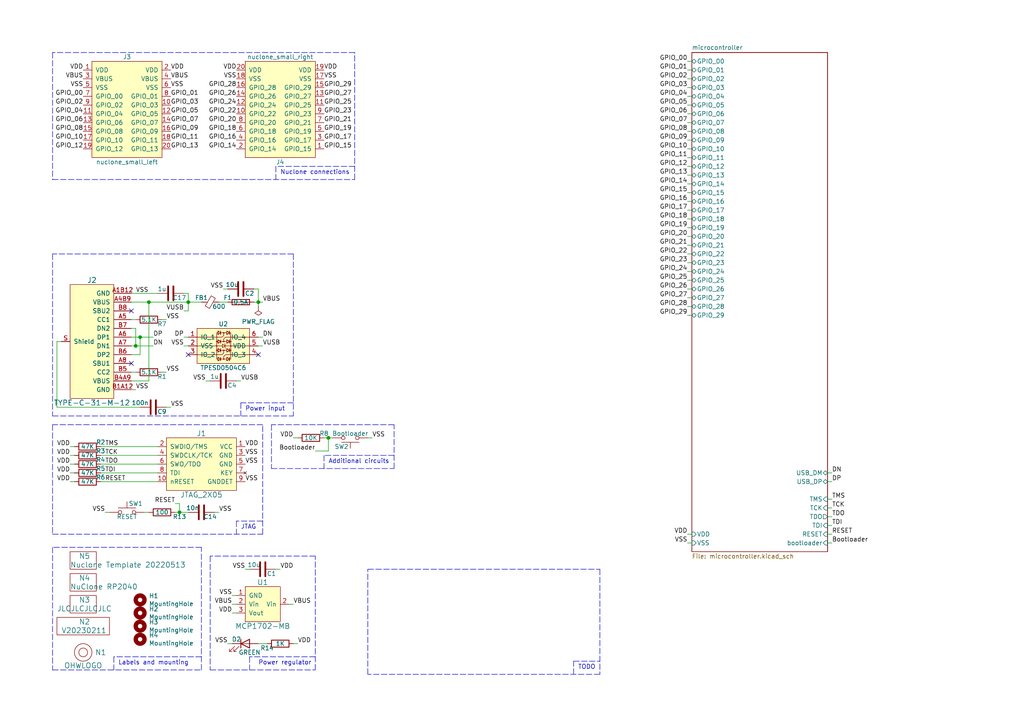
<source format=kicad_sch>
(kicad_sch (version 20211123) (generator eeschema)
  (paper "A4")
  (lib_symbols
    (symbol "Device:C" (pin_numbers hide) (pin_names (offset 0.254))
      (property "Reference" "C" (at 0.635 2.54 0))
      (property "Value" "C" (at 0.635 -2.54 0))
      (symbol "C_0_1"
        (polyline (pts (xy -2.032 -0.762) (xy 2.032 -0.762)) (stroke (width 0.508)))
        (polyline (pts (xy -2.032 0.762) (xy 2.032 0.762)) (stroke (width 0.508)))
      )
      (symbol "C_1_1"
        (pin passive line (at 0 3.81 270) (length 2.794) (name "~") (number "1"))
        (pin passive line (at 0 -3.81 90) (length 2.794) (name "~") (number "2"))
      )
    )
    (symbol "Device:FerriteBead_Small" (pin_numbers hide) (pin_names (offset 0))
      (property "Reference" "FB" (at 1.905 1.27 0))
      (property "Value" "FerriteBead_Small" (at 1.905 -1.27 0))
      (symbol "FerriteBead_Small_0_1"
        (polyline (pts (xy 0 -1.27) (xy 0 -0.7874)))
        (polyline (pts (xy 0 0.889) (xy 0 1.2954)))
        (polyline (pts (xy -1.8288 0.2794) (xy -1.1176 1.4986) (xy 1.8288 -0.2032) (xy 1.1176 -1.4224) (xy -1.8288 0.2794)))
      )
      (symbol "FerriteBead_Small_1_1"
        (pin passive line (at 0 2.54 270) (length 1.27) (name "~") (number "1"))
        (pin passive line (at 0 -2.54 90) (length 1.27) (name "~") (number "2"))
      )
    )
    (symbol "Device:Fuse" (pin_numbers hide) (pin_names (offset 0))
      (property "Reference" "F" (at 2.032 0 90))
      (property "Value" "Fuse" (at -1.905 0 90))
      (symbol "Fuse_0_1"
        (rectangle (start -0.762 -2.54) (end 0.762 2.54) (stroke (width 0.254)))
        (polyline (pts (xy 0 2.54) (xy 0 -2.54)))
      )
      (symbol "Fuse_1_1"
        (pin passive line (at 0 3.81 270) (length 1.27) (name "~") (number "1"))
        (pin passive line (at 0 -3.81 90) (length 1.27) (name "~") (number "2"))
      )
    )
    (symbol "Device:LED" (pin_numbers hide) (pin_names (offset 1.016) hide)
      (property "Reference" "D" (at 0 2.54 0))
      (property "Value" "LED" (at 0 -2.54 0))
      (symbol "LED_0_1"
        (polyline (pts (xy -1.27 -1.27) (xy -1.27 1.27)) (stroke (width 0.254)))
        (polyline (pts (xy -1.27 0) (xy 1.27 0)))
        (polyline (pts (xy 1.27 -1.27) (xy 1.27 1.27) (xy -1.27 0) (xy 1.27 -1.27)) (stroke (width 0.254)))
        (polyline (pts (xy -3.048 -0.762) (xy -4.572 -2.286) (xy -3.81 -2.286) (xy -4.572 -2.286) (xy -4.572 -1.524)))
        (polyline (pts (xy -1.778 -0.762) (xy -3.302 -2.286) (xy -2.54 -2.286) (xy -3.302 -2.286) (xy -3.302 -1.524)))
      )
      (symbol "LED_1_1"
        (pin passive line (at -3.81 0 0) (length 2.54) (name "K") (number "1"))
        (pin passive line (at 3.81 0 180) (length 2.54) (name "A") (number "2"))
      )
    )
    (symbol "Device:R" (pin_numbers hide) (pin_names (offset 0))
      (property "Reference" "R" (at 2.032 0 90))
      (property "Value" "R" (at 0 0 90))
      (symbol "R_0_1"
        (rectangle (start -1.016 -2.54) (end 1.016 2.54) (stroke (width 0.254)))
      )
      (symbol "R_1_1"
        (pin passive line (at 0 3.81 270) (length 1.27) (name "~") (number "1"))
        (pin passive line (at 0 -3.81 90) (length 1.27) (name "~") (number "2"))
      )
    )
    (symbol "Mechanical:MountingHole" (pin_names (offset 1.016))
      (property "Reference" "H" (at 0 5.08 0))
      (property "Value" "MountingHole" (at 0 3.175 0))
      (symbol "MountingHole_0_1"
        (circle (center 0 0) (radius 1.27) (stroke (width 1.27)))
      )
    )
    (symbol "SquantorConnectorsNamed:JTAG_2X05_IN" (pin_names (offset 1.016))
      (property "Reference" "J" (at 0 8.89 0))
      (property "Value" "JTAG_2X05_IN" (at 0 -8.89 0))
      (symbol "JTAG_2X05_IN_0_1"
        (rectangle (start -10.16 7.62) (end 10.16 -7.62) (fill (type background)))
      )
      (symbol "JTAG_2X05_IN_1_1"
        (pin power_in line (at 12.7 5.08 180) (length 2.54) (name "VCC") (number "1"))
        (pin open_collector line (at -12.7 -5.08 0) (length 2.54) (name "nRESET") (number "10"))
        (pin bidirectional line (at -12.7 5.08 0) (length 2.54) (name "SWDIO/TMS") (number "2"))
        (pin power_in line (at 12.7 2.54 180) (length 2.54) (name "GND") (number "3"))
        (pin output line (at -12.7 2.54 0) (length 2.54) (name "SWDCLK/TCK") (number "4"))
        (pin power_in line (at 12.7 0 180) (length 2.54) (name "GND") (number "5"))
        (pin output line (at -12.7 0 0) (length 2.54) (name "SWO/TDO") (number "6"))
        (pin no_connect line (at 12.7 -2.54 180) (length 2.54) (name "KEY") (number "7"))
        (pin input line (at -12.7 -2.54 0) (length 2.54) (name "TDI") (number "8"))
        (pin power_in line (at 12.7 -5.08 180) (length 2.54) (name "GNDDET") (number "9"))
      )
    )
    (symbol "SquantorConnectorsNamed:nuclone_small_left" (pin_names (offset 1.016))
      (property "Reference" "J" (at 0 15.24 0))
      (property "Value" "nuclone_small_left" (at 0 -15.24 0))
      (symbol "nuclone_small_left_0_1"
        (rectangle (start -10.16 13.97) (end 10.16 -13.97) (fill (type background)))
      )
      (symbol "nuclone_small_left_1_1"
        (pin power_in line (at -12.7 11.43 0) (length 2.54) (name "VDD") (number "1"))
        (pin bidirectional line (at 12.7 1.27 180) (length 2.54) (name "GPIO_03") (number "10"))
        (pin bidirectional line (at -12.7 -1.27 0) (length 2.54) (name "GPIO_04") (number "11"))
        (pin bidirectional line (at 12.7 -1.27 180) (length 2.54) (name "GPIO_05") (number "12"))
        (pin bidirectional line (at -12.7 -3.81 0) (length 2.54) (name "GPIO_06") (number "13"))
        (pin bidirectional line (at 12.7 -3.81 180) (length 2.54) (name "GPIO_07") (number "14"))
        (pin bidirectional line (at -12.7 -6.35 0) (length 2.54) (name "GPIO_08") (number "15"))
        (pin bidirectional line (at 12.7 -6.35 180) (length 2.54) (name "GPIO_09") (number "16"))
        (pin bidirectional line (at -12.7 -8.89 0) (length 2.54) (name "GPIO_10") (number "17"))
        (pin bidirectional line (at 12.7 -8.89 180) (length 2.54) (name "GPIO_11") (number "18"))
        (pin bidirectional line (at -12.7 -11.43 0) (length 2.54) (name "GPIO_12") (number "19"))
        (pin power_in line (at 12.7 11.43 180) (length 2.54) (name "VDD") (number "2"))
        (pin bidirectional line (at 12.7 -11.43 180) (length 2.54) (name "GPIO_13") (number "20"))
        (pin power_in line (at -12.7 8.89 0) (length 2.54) (name "VBUS") (number "3"))
        (pin power_in line (at 12.7 8.89 180) (length 2.54) (name "VBUS") (number "4"))
        (pin power_in line (at -12.7 6.35 0) (length 2.54) (name "VSS") (number "5"))
        (pin power_in line (at 12.7 6.35 180) (length 2.54) (name "VSS") (number "6"))
        (pin bidirectional line (at -12.7 3.81 0) (length 2.54) (name "GPIO_00") (number "7"))
        (pin bidirectional line (at 12.7 3.81 180) (length 2.54) (name "GPIO_01") (number "8"))
        (pin bidirectional line (at -12.7 1.27 0) (length 2.54) (name "GPIO_02") (number "9"))
      )
    )
    (symbol "SquantorConnectorsNamed:nuclone_small_right" (pin_names (offset 1.016))
      (property "Reference" "J" (at 0 -15.24 0))
      (property "Value" "nuclone_small_right" (at 0 15.24 0))
      (symbol "nuclone_small_right_0_1"
        (rectangle (start 10.16 -13.97) (end -10.16 13.97) (fill (type background)))
      )
      (symbol "nuclone_small_right_1_1"
        (pin bidirectional line (at 12.7 -11.43 180) (length 2.54) (name "GPIO_15") (number "1"))
        (pin bidirectional line (at -12.7 -1.27 0) (length 2.54) (name "GPIO_22") (number "10"))
        (pin bidirectional line (at 12.7 1.27 180) (length 2.54) (name "GPIO_25") (number "11"))
        (pin bidirectional line (at -12.7 1.27 0) (length 2.54) (name "GPIO_24") (number "12"))
        (pin bidirectional line (at 12.7 3.81 180) (length 2.54) (name "GPIO_27") (number "13"))
        (pin bidirectional line (at -12.7 3.81 0) (length 2.54) (name "GPIO_26") (number "14"))
        (pin bidirectional line (at 12.7 6.35 180) (length 2.54) (name "GPIO_29") (number "15"))
        (pin bidirectional line (at -12.7 6.35 0) (length 2.54) (name "GPIO_28") (number "16"))
        (pin power_in line (at 12.7 8.89 180) (length 2.54) (name "VSS") (number "17"))
        (pin power_in line (at -12.7 8.89 0) (length 2.54) (name "VSS") (number "18"))
        (pin power_in line (at 12.7 11.43 180) (length 2.54) (name "VDD") (number "19"))
        (pin bidirectional line (at -12.7 -11.43 0) (length 2.54) (name "GPIO_14") (number "2"))
        (pin power_in line (at -12.7 11.43 0) (length 2.54) (name "VDD") (number "20"))
        (pin bidirectional line (at 12.7 -8.89 180) (length 2.54) (name "GPIO_17") (number "3"))
        (pin bidirectional line (at -12.7 -8.89 0) (length 2.54) (name "GPIO_16") (number "4"))
        (pin bidirectional line (at 12.7 -6.35 180) (length 2.54) (name "GPIO_19") (number "5"))
        (pin bidirectional line (at -12.7 -6.35 0) (length 2.54) (name "GPIO_18") (number "6"))
        (pin bidirectional line (at 12.7 -3.81 180) (length 2.54) (name "GPIO_21") (number "7"))
        (pin bidirectional line (at -12.7 -3.81 0) (length 2.54) (name "GPIO_20") (number "8"))
        (pin bidirectional line (at 12.7 -1.27 180) (length 2.54) (name "GPIO_23") (number "9"))
      )
    )
    (symbol "SquantorDevice:TVS_4_Array" (pin_names (offset 1.016))
      (property "Reference" "U" (at 0 7.62 0))
      (property "Value" "TVS_4_Array" (at 0 -5.08 0))
      (symbol "TVS_4_Array_0_1"
        (rectangle (start -7.62 6.35) (end 7.62 -3.81) (fill (type background)))
        (circle (center -1.905 0) (radius 0.127))
        (circle (center -1.905 1.27) (radius 0.127))
        (circle (center -1.905 2.54) (radius 0.127))
        (polyline (pts (xy -7.62 1.27) (xy -0.254 1.27)))
        (polyline (pts (xy -1.905 5.08) (xy -1.905 -2.54)))
        (polyline (pts (xy -1.524 -2.54) (xy -1.905 -2.54)))
        (polyline (pts (xy -1.524 0) (xy -1.905 0)))
        (polyline (pts (xy -1.524 2.54) (xy -1.905 2.54)))
        (polyline (pts (xy -1.524 5.08) (xy -1.905 5.08)))
        (polyline (pts (xy -0.762 -2.54) (xy 1.016 -2.54)))
        (polyline (pts (xy -0.762 -2.032) (xy -0.762 -3.048)))
        (polyline (pts (xy -0.762 -2.032) (xy -0.762 -3.048)))
        (polyline (pts (xy -0.762 0) (xy 1.016 0)))
        (polyline (pts (xy -0.762 0.508) (xy -0.762 -0.508)))
        (polyline (pts (xy -0.762 0.508) (xy -0.762 -0.508)))
        (polyline (pts (xy -0.762 2.54) (xy 1.016 2.54)))
        (polyline (pts (xy -0.762 3.048) (xy -0.762 2.032)))
        (polyline (pts (xy -0.762 3.048) (xy -0.762 2.032)))
        (polyline (pts (xy -0.762 5.08) (xy 1.016 5.08)))
        (polyline (pts (xy -0.762 5.588) (xy -0.762 4.572)))
        (polyline (pts (xy -0.762 5.588) (xy -0.762 4.572)))
        (polyline (pts (xy 0.508 1.27) (xy 7.62 1.27)))
        (polyline (pts (xy 1.778 -2.54) (xy 2.159 -2.54)))
        (polyline (pts (xy 1.778 -2.032) (xy 1.778 -3.048)))
        (polyline (pts (xy 1.778 -2.032) (xy 1.778 -3.048)))
        (polyline (pts (xy 1.778 0) (xy 2.159 0)))
        (polyline (pts (xy 1.778 0.508) (xy 1.778 -0.508)))
        (polyline (pts (xy 1.778 0.508) (xy 1.778 -0.508)))
        (polyline (pts (xy 1.778 2.54) (xy 2.159 2.54)))
        (polyline (pts (xy 1.778 3.048) (xy 1.778 2.032)))
        (polyline (pts (xy 1.778 3.048) (xy 1.778 2.032)))
        (polyline (pts (xy 1.778 5.08) (xy 2.159 5.08)))
        (polyline (pts (xy 1.778 5.588) (xy 1.778 4.572)))
        (polyline (pts (xy 1.778 5.588) (xy 1.778 4.572)))
        (polyline (pts (xy 2.159 5.08) (xy 2.159 -2.54)))
        (polyline (pts (xy 0.508 1.27) (xy 0.508 0.762) (xy 0.635 0.635)))
        (polyline (pts (xy 0.508 1.27) (xy 0.508 1.778) (xy 0.381 1.905)))
        (polyline (pts (xy -7.62 -1.27) (xy -0.381 -1.27) (xy 0.127 -0.762) (xy 0.127 0)))
        (polyline (pts (xy -7.62 3.81) (xy -0.381 3.81) (xy 0.127 4.318) (xy 0.127 5.08)))
        (polyline (pts (xy 0.508 1.27) (xy -0.254 1.778) (xy -0.254 0.762) (xy 0.508 1.27)))
        (polyline (pts (xy 7.62 -1.27) (xy 0.635 -1.27) (xy 0.127 -1.778) (xy 0.127 -2.413)))
        (polyline (pts (xy 7.62 3.81) (xy 0.635 3.81) (xy 0.127 3.302) (xy 0.127 2.667)))
        (circle (center 0.127 -2.54) (radius 0.127))
        (circle (center 0.127 0) (radius 0.127))
        (circle (center 0.127 2.54) (radius 0.127))
        (circle (center 0.127 5.08) (radius 0.127))
        (circle (center 2.159 0) (radius 0.127))
        (circle (center 2.159 1.27) (radius 0.127))
        (circle (center 2.159 2.54) (radius 0.127))
      )
      (symbol "TVS_4_Array_1_1"
        (polyline (pts (xy -0.762 -2.54) (xy -1.524 -2.032) (xy -1.524 -3.048) (xy -0.762 -2.54)))
        (polyline (pts (xy -0.762 -2.54) (xy -1.524 -2.032) (xy -1.524 -3.048) (xy -0.762 -2.54)))
        (polyline (pts (xy -0.762 0) (xy -1.524 0.508) (xy -1.524 -0.508) (xy -0.762 0)))
        (polyline (pts (xy -0.762 0) (xy -1.524 0.508) (xy -1.524 -0.508) (xy -0.762 0)))
        (polyline (pts (xy -0.762 2.54) (xy -1.524 3.048) (xy -1.524 2.032) (xy -0.762 2.54)))
        (polyline (pts (xy -0.762 2.54) (xy -1.524 3.048) (xy -1.524 2.032) (xy -0.762 2.54)))
        (polyline (pts (xy -0.762 5.08) (xy -1.524 5.588) (xy -1.524 4.572) (xy -0.762 5.08)))
        (polyline (pts (xy -0.762 5.08) (xy -1.524 5.588) (xy -1.524 4.572) (xy -0.762 5.08)))
        (polyline (pts (xy 1.778 -2.54) (xy 1.016 -2.032) (xy 1.016 -3.048) (xy 1.778 -2.54)))
        (polyline (pts (xy 1.778 -2.54) (xy 1.016 -2.032) (xy 1.016 -3.048) (xy 1.778 -2.54)))
        (polyline (pts (xy 1.778 0) (xy 1.016 0.508) (xy 1.016 -0.508) (xy 1.778 0)))
        (polyline (pts (xy 1.778 0) (xy 1.016 0.508) (xy 1.016 -0.508) (xy 1.778 0)))
        (polyline (pts (xy 1.778 2.54) (xy 1.016 3.048) (xy 1.016 2.032) (xy 1.778 2.54)))
        (polyline (pts (xy 1.778 2.54) (xy 1.016 3.048) (xy 1.016 2.032) (xy 1.778 2.54)))
        (polyline (pts (xy 1.778 5.08) (xy 1.016 5.588) (xy 1.016 4.572) (xy 1.778 5.08)))
        (polyline (pts (xy 1.778 5.08) (xy 1.016 5.588) (xy 1.016 4.572) (xy 1.778 5.08)))
        (pin passive line (at -10.16 3.81 0) (length 2.54) (name "IO_1") (number "1"))
        (pin power_in line (at -10.16 1.27 0) (length 2.54) (name "VSS") (number "2"))
        (pin passive line (at -10.16 -1.27 0) (length 2.54) (name "IO_2") (number "3"))
        (pin passive line (at 10.16 -1.27 180) (length 2.54) (name "IO_3") (number "4"))
        (pin power_in line (at 10.16 1.27 180) (length 2.54) (name "VDD") (number "5"))
        (pin passive line (at 10.16 3.81 180) (length 2.54) (name "IO_4") (number "6"))
      )
    )
    (symbol "SquantorLabels:Label" (pin_names (offset 1.016))
      (property "Reference" "N" (at 0 1.27 0))
      (property "Value" "Label" (at 0 -1.27 0))
      (symbol "Label_0_1"
        (rectangle (start -3.81 2.54) (end 3.81 -2.54))
      )
    )
    (symbol "SquantorLabels:OHWLOGO" (pin_names (offset 1.016))
      (property "Reference" "N" (at 0 3.81 0))
      (property "Value" "OHWLOGO" (at 0 -3.81 0))
      (symbol "OHWLOGO_0_1"
        (circle (center 0 0) (radius 1.27))
        (circle (center 0 0) (radius 2.54))
      )
    )
    (symbol "SquantorLabels:VYYYYMMDD" (pin_names (offset 1.016))
      (property "Reference" "N" (at 0 2.54 0))
      (property "Value" "VYYYYMMDD" (at 0 0 0))
      (symbol "VYYYYMMDD_0_1"
        (rectangle (start 7.62 -1.27) (end -7.62 3.81))
      )
    )
    (symbol "SquantorMicrochip:MCP1702-MB" (pin_names (offset 1.016))
      (property "Reference" "U" (at 0 6.35 0))
      (property "Value" "MCP1702-MB" (at 0 -6.35 0))
      (symbol "MCP1702-MB_0_1"
        (rectangle (start -5.08 5.08) (end 5.08 -5.08) (fill (type background)))
      )
      (symbol "MCP1702-MB_1_1"
        (pin power_in line (at -7.62 2.54 0) (length 2.54) (name "GND") (number "1"))
        (pin power_in line (at -7.62 0 0) (length 2.54) (name "Vin") (number "2"))
        (pin power_in line (at 7.62 0 180) (length 2.54) (name "Vin") (number "2"))
        (pin power_out line (at -7.62 -2.54 0) (length 2.54) (name "Vout") (number "3"))
      )
    )
    (symbol "SquantorUsb:USB-C_PD_USB" (pin_names (offset 1.016))
      (property "Reference" "J" (at 0 17.78 0))
      (property "Value" "USB-C_PD_USB" (at 0 -17.78 0))
      (symbol "USB-C_PD_USB_0_1"
        (rectangle (start 6.35 16.51) (end -6.35 -16.51) (fill (type background)))
      )
      (symbol "USB-C_PD_USB_1_1"
        (pin power_out line (at 11.43 13.97 180) (length 5.08) (name "GND") (number "A1B12"))
        (pin power_out line (at 11.43 11.43 180) (length 5.08) (name "VBUS") (number "A4B9"))
        (pin bidirectional line (at 11.43 6.35 180) (length 5.08) (name "CC1") (number "A5"))
        (pin bidirectional line (at 11.43 1.27 180) (length 5.08) (name "DP1") (number "A6"))
        (pin bidirectional line (at 11.43 -1.27 180) (length 5.08) (name "DN1") (number "A7"))
        (pin bidirectional line (at 11.43 -6.35 180) (length 5.08) (name "SBU1") (number "A8"))
        (pin passive line (at 11.43 -13.97 180) (length 5.08) (name "GND") (number "B1A12"))
        (pin passive line (at 11.43 -11.43 180) (length 5.08) (name "VBUS") (number "B4A9"))
        (pin bidirectional line (at 11.43 -8.89 180) (length 5.08) (name "CC2") (number "B5"))
        (pin bidirectional line (at 11.43 -3.81 180) (length 5.08) (name "DP2") (number "B6"))
        (pin bidirectional line (at 11.43 3.81 180) (length 5.08) (name "DN2") (number "B7"))
        (pin bidirectional line (at 11.43 8.89 180) (length 5.08) (name "SBU2") (number "B8"))
        (pin passive line (at -8.89 0 0) (length 2.54) (name "Shield") (number "S"))
      )
    )
    (symbol "Switch:SW_Push" (pin_numbers hide) (pin_names (offset 1.016) hide)
      (property "Reference" "SW" (at 1.27 2.54 0))
      (property "Value" "SW_Push" (at 0 -1.524 0))
      (symbol "SW_Push_0_1"
        (circle (center -2.032 0) (radius 0.508))
        (polyline (pts (xy 0 1.27) (xy 0 3.048)))
        (polyline (pts (xy 2.54 1.27) (xy -2.54 1.27)))
        (circle (center 2.032 0) (radius 0.508))
        (pin passive line (at -5.08 0 0) (length 2.54) (name "1") (number "1"))
        (pin passive line (at 5.08 0 180) (length 2.54) (name "2") (number "2"))
      )
    )
    (symbol "power:PWR_FLAG" (power) (pin_numbers hide) (pin_names (offset 0) hide)
      (property "Value" "PWR_FLAG" (at 0 3.81 0))
      (symbol "PWR_FLAG_0_0"
        (pin power_out line (at 0 0 90) (length 0) (name "pwr") (number "1"))
      )
      (symbol "PWR_FLAG_0_1"
        (polyline (pts (xy 0 0) (xy 0 1.27) (xy -1.016 1.905) (xy 0 2.54) (xy 1.016 1.905) (xy 0 1.27)))
      )
    )
  )
  (junction (at 39.37 100.33))
  (junction (at 54.61 87.63))
  (junction (at 43.18 87.63))
  (junction (at 74.93 87.63))
  (junction (at 40.64 97.79))
  (junction (at 52.07 148.59))
  (junction (at 95.25 127))
  (no_connect (at 38.1 105.41))
  (no_connect (at 38.1 90.17))
  (no_connect (at 74.93 102.87))
  (no_connect (at 54.61 102.87))
  (polyline (pts (xy 76.2 123.19) (xy 15.24 123.19)))
  (wire (pts (xy 200.66 35.56) (xy 199.39 35.56)))
  (polyline (pts (xy 76.2 154.94) (xy 76.2 123.19)))
  (wire (pts (xy 199.39 78.74) (xy 200.66 78.74)))
  (polyline (pts (xy 114.3 135.89) (xy 114.3 123.19)))
  (wire (pts (xy 54.61 87.63) (xy 58.42 87.63)))
  (wire (pts (xy 20.32 134.62) (xy 21.59 134.62)))
  (wire (pts (xy 16.51 118.11) (xy 40.64 118.11)))
  (polyline (pts (xy 91.44 190.5) (xy 72.39 190.5)))
  (wire (pts (xy 53.34 90.17) (xy 54.61 90.17)))
  (wire (pts (xy 38.1 87.63) (xy 43.18 87.63)))
  (wire (pts (xy 40.64 97.79) (xy 40.64 102.87)))
  (wire (pts (xy 77.47 186.69) (xy 74.93 186.69)))
  (polyline (pts (xy 15.24 120.65) (xy 85.09 120.65)))
  (wire (pts (xy 17.78 99.06) (xy 16.51 99.06)))
  (wire (pts (xy 64.77 83.82) (xy 66.04 83.82)))
  (wire (pts (xy 29.21 139.7) (xy 45.72 139.7)))
  (wire (pts (xy 29.21 132.08) (xy 45.72 132.08)))
  (wire (pts (xy 16.51 99.06) (xy 16.51 118.11)))
  (wire (pts (xy 39.37 95.25) (xy 39.37 100.33)))
  (wire (pts (xy 50.8 146.05) (xy 52.07 146.05)))
  (wire (pts (xy 74.93 83.82) (xy 74.93 87.63)))
  (wire (pts (xy 52.07 146.05) (xy 52.07 148.59)))
  (wire (pts (xy 200.66 91.44) (xy 199.39 91.44)))
  (wire (pts (xy 46.99 107.95) (xy 48.26 107.95)))
  (polyline (pts (xy 85.09 116.84) (xy 69.85 116.84)))
  (wire (pts (xy 199.39 38.1) (xy 200.66 38.1)))
  (wire (pts (xy 29.21 134.62) (xy 45.72 134.62)))
  (polyline (pts (xy 78.74 135.89) (xy 114.3 135.89)))
  (wire (pts (xy 200.66 71.12) (xy 199.39 71.12)))
  (wire (pts (xy 240.03 137.16) (xy 241.3 137.16)))
  (wire (pts (xy 200.66 45.72) (xy 199.39 45.72)))
  (wire (pts (xy 63.5 148.59) (xy 62.23 148.59)))
  (polyline (pts (xy 72.39 190.5) (xy 72.39 194.31)))
  (polyline (pts (xy 15.24 194.31) (xy 58.42 194.31)))
  (wire (pts (xy 200.66 50.8) (xy 199.39 50.8)))
  (polyline (pts (xy 58.42 194.31) (xy 58.42 158.75)))
  (wire (pts (xy 91.44 130.81) (xy 95.25 130.81)))
  (polyline (pts (xy 15.24 73.66) (xy 15.24 120.65)))
  (wire (pts (xy 48.26 92.71) (xy 46.99 92.71)))
  (wire (pts (xy 30.48 148.59) (xy 31.75 148.59)))
  (wire (pts (xy 200.66 157.48) (xy 199.39 157.48)))
  (wire (pts (xy 67.31 177.8) (xy 68.58 177.8)))
  (polyline (pts (xy 106.68 195.58) (xy 106.68 165.1)))
  (polyline (pts (xy 173.99 165.1) (xy 173.99 195.58)))
  (wire (pts (xy 95.25 130.81) (xy 95.25 127)))
  (wire (pts (xy 200.66 60.96) (xy 199.39 60.96)))
  (wire (pts (xy 200.66 86.36) (xy 199.39 86.36)))
  (polyline (pts (xy 58.42 158.75) (xy 15.24 158.75)))
  (polyline (pts (xy 91.44 161.29) (xy 60.96 161.29)))
  (wire (pts (xy 74.93 87.63) (xy 73.66 87.63)))
  (wire (pts (xy 241.3 152.4) (xy 240.03 152.4)))
  (wire (pts (xy 74.93 88.9) (xy 74.93 87.63)))
  (wire (pts (xy 199.39 27.94) (xy 200.66 27.94)))
  (wire (pts (xy 73.66 83.82) (xy 74.93 83.82)))
  (wire (pts (xy 200.66 81.28) (xy 199.39 81.28)))
  (wire (pts (xy 241.3 147.32) (xy 240.03 147.32)))
  (wire (pts (xy 38.1 85.09) (xy 45.72 85.09)))
  (wire (pts (xy 199.39 53.34) (xy 200.66 53.34)))
  (wire (pts (xy 54.61 85.09) (xy 54.61 87.63)))
  (wire (pts (xy 63.5 87.63) (xy 66.04 87.63)))
  (wire (pts (xy 38.1 97.79) (xy 40.64 97.79)))
  (wire (pts (xy 67.31 172.72) (xy 68.58 172.72)))
  (polyline (pts (xy 114.3 132.08) (xy 93.98 132.08)))
  (wire (pts (xy 74.93 100.33) (xy 76.2 100.33)))
  (wire (pts (xy 199.39 83.82) (xy 200.66 83.82)))
  (wire (pts (xy 43.18 87.63) (xy 54.61 87.63)))
  (polyline (pts (xy 15.24 154.94) (xy 76.2 154.94)))
  (wire (pts (xy 20.32 139.7) (xy 21.59 139.7)))
  (wire (pts (xy 199.39 88.9) (xy 200.66 88.9)))
  (wire (pts (xy 199.39 154.94) (xy 200.66 154.94)))
  (polyline (pts (xy 80.01 48.26) (xy 80.01 52.07)))
  (polyline (pts (xy 166.37 195.58) (xy 166.37 191.77)))
  (wire (pts (xy 93.98 127) (xy 95.25 127)))
  (wire (pts (xy 41.91 148.59) (xy 43.18 148.59)))
  (wire (pts (xy 200.66 76.2) (xy 199.39 76.2)))
  (wire (pts (xy 20.32 129.54) (xy 21.59 129.54)))
  (wire (pts (xy 50.8 148.59) (xy 52.07 148.59)))
  (wire (pts (xy 199.39 58.42) (xy 200.66 58.42)))
  (wire (pts (xy 95.25 127) (xy 96.52 127)))
  (wire (pts (xy 200.66 20.32) (xy 199.39 20.32)))
  (wire (pts (xy 240.03 144.78) (xy 241.3 144.78)))
  (wire (pts (xy 29.21 129.54) (xy 45.72 129.54)))
  (wire (pts (xy 69.85 110.49) (xy 68.58 110.49)))
  (wire (pts (xy 199.39 43.18) (xy 200.66 43.18)))
  (wire (pts (xy 200.66 66.04) (xy 199.39 66.04)))
  (wire (pts (xy 199.39 48.26) (xy 200.66 48.26)))
  (polyline (pts (xy 85.09 73.66) (xy 85.09 120.65)))
  (wire (pts (xy 240.03 139.7) (xy 241.3 139.7)))
  (wire (pts (xy 200.66 40.64) (xy 199.39 40.64)))
  (wire (pts (xy 199.39 63.5) (xy 200.66 63.5)))
  (wire (pts (xy 200.66 25.4) (xy 199.39 25.4)))
  (wire (pts (xy 44.45 100.33) (xy 39.37 100.33)))
  (polyline (pts (xy 173.99 195.58) (xy 106.68 195.58)))
  (polyline (pts (xy 76.2 151.13) (xy 68.58 151.13)))
  (polyline (pts (xy 60.96 161.29) (xy 60.96 194.31)))
  (polyline (pts (xy 15.24 52.07) (xy 102.87 52.07)))
  (wire (pts (xy 199.39 22.86) (xy 200.66 22.86)))
  (wire (pts (xy 53.34 100.33) (xy 54.61 100.33)))
  (polyline (pts (xy 78.74 123.19) (xy 78.74 135.89)))
  (wire (pts (xy 43.18 110.49) (xy 43.18 87.63)))
  (wire (pts (xy 80.01 165.1) (xy 81.28 165.1)))
  (wire (pts (xy 39.37 100.33) (xy 38.1 100.33)))
  (polyline (pts (xy 15.24 15.24) (xy 15.24 52.07)))
  (polyline (pts (xy 166.37 191.77) (xy 173.99 191.77)))
  (wire (pts (xy 199.39 33.02) (xy 200.66 33.02)))
  (wire (pts (xy 199.39 17.78) (xy 200.66 17.78)))
  (wire (pts (xy 38.1 110.49) (xy 43.18 110.49)))
  (wire (pts (xy 199.39 73.66) (xy 200.66 73.66)))
  (polyline (pts (xy 58.42 190.5) (xy 33.02 190.5)))
  (wire (pts (xy 38.1 92.71) (xy 39.37 92.71)))
  (wire (pts (xy 240.03 149.86) (xy 241.3 149.86)))
  (polyline (pts (xy 114.3 123.19) (xy 78.74 123.19)))
  (wire (pts (xy 67.31 186.69) (xy 66.04 186.69)))
  (polyline (pts (xy 69.85 116.84) (xy 69.85 120.65)))
  (wire (pts (xy 40.64 102.87) (xy 38.1 102.87)))
  (polyline (pts (xy 15.24 123.19) (xy 15.24 154.94)))
  (polyline (pts (xy 85.09 73.66) (xy 15.24 73.66)))
  (wire (pts (xy 68.58 175.26) (xy 67.31 175.26)))
  (wire (pts (xy 60.96 110.49) (xy 59.69 110.49)))
  (wire (pts (xy 200.66 30.48) (xy 199.39 30.48)))
  (polyline (pts (xy 33.02 190.5) (xy 33.02 194.31)))
  (polyline (pts (xy 93.98 132.08) (xy 93.98 135.89)))
  (polyline (pts (xy 102.87 48.26) (xy 80.01 48.26)))
  (wire (pts (xy 21.59 132.08) (xy 20.32 132.08)))
  (wire (pts (xy 85.09 127) (xy 86.36 127)))
  (polyline (pts (xy 102.87 52.07) (xy 102.87 15.24)))
  (wire (pts (xy 200.66 55.88) (xy 199.39 55.88)))
  (wire (pts (xy 85.09 175.26) (xy 83.82 175.26)))
  (wire (pts (xy 53.34 85.09) (xy 54.61 85.09)))
  (wire (pts (xy 29.21 137.16) (xy 45.72 137.16)))
  (wire (pts (xy 71.12 165.1) (xy 72.39 165.1)))
  (polyline (pts (xy 60.96 194.31) (xy 91.44 194.31)))
  (wire (pts (xy 76.2 87.63) (xy 74.93 87.63)))
  (wire (pts (xy 39.37 107.95) (xy 38.1 107.95)))
  (wire (pts (xy 76.2 97.79) (xy 74.93 97.79)))
  (wire (pts (xy 54.61 90.17) (xy 54.61 87.63)))
  (polyline (pts (xy 15.24 158.75) (xy 15.24 194.31)))
  (wire (pts (xy 199.39 68.58) (xy 200.66 68.58)))
  (wire (pts (xy 107.95 127) (xy 106.68 127)))
  (wire (pts (xy 49.53 118.11) (xy 48.26 118.11)))
  (polyline (pts (xy 68.58 151.13) (xy 68.58 154.94)))
  (wire (pts (xy 52.07 148.59) (xy 54.61 148.59)))
  (wire (pts (xy 86.36 186.69) (xy 85.09 186.69)))
  (wire (pts (xy 240.03 157.48) (xy 241.3 157.48)))
  (wire (pts (xy 39.37 113.03) (xy 38.1 113.03)))
  (polyline (pts (xy 91.44 194.31) (xy 91.44 161.29)))
  (wire (pts (xy 21.59 137.16) (xy 20.32 137.16)))
  (wire (pts (xy 44.45 97.79) (xy 40.64 97.79)))
  (wire (pts (xy 38.1 95.25) (xy 39.37 95.25)))
  (wire (pts (xy 240.03 154.94) (xy 241.3 154.94)))
  (polyline (pts (xy 106.68 165.1) (xy 173.99 165.1)))
  (polyline (pts (xy 102.87 15.24) (xy 15.24 15.24)))
  (wire (pts (xy 54.61 97.79) (xy 53.34 97.79)))
  (text "JTAG" (at 69.85 153.67 0) (effects (font (size 1.27 1.27)) (justify left bottom)))
  (text "Power regulator" (at 74.93 193.04 0) (effects (font (size 1.27 1.27)) (justify left bottom)))
  (text "TODO" (at 167.64 194.31 0) (effects (font (size 1.27 1.27)) (justify left bottom)))
  (text "Additional circuits" (at 95.25 134.62 0) (effects (font (size 1.27 1.27)) (justify left bottom)))
  (text "Nuclone connections" (at 81.28 50.8 0) (effects (font (size 1.27 1.27)) (justify left bottom)))
  (text "Labels and mounting" (at 34.29 193.04 0) (effects (font (size 1.27 1.27)) (justify left bottom)))
  (text "Power input" (at 71.12 119.38 0) (effects (font (size 1.27 1.27)) (justify left bottom)))
  (label "VDD" (at 20.32 132.08 180))
  (label "GPIO_15" (at 199.39 55.88 180))
  (label "VDD" (at 24.13 20.32 180))
  (label "VDD" (at 68.58 20.32 180))
  (label "GPIO_26" (at 199.39 83.82 180))
  (label "VUSB" (at 53.34 90.17 180))
  (label "VBUS" (at 85.09 175.26 0))
  (label "TDI" (at 30.48 137.16 0))
  (label "VUSB" (at 76.2 100.33 0))
  (label "GPIO_08" (at 24.13 38.1 180))
  (label "GPIO_21" (at 199.39 71.12 180))
  (label "TMS" (at 30.48 129.54 0))
  (label "GPIO_19" (at 93.98 38.1 0))
  (label "GPIO_11" (at 49.53 40.64 0))
  (label "GPIO_27" (at 93.98 27.94 0))
  (label "VDD" (at 71.12 129.54 0))
  (label "GPIO_07" (at 199.39 35.56 180))
  (label "GPIO_17" (at 199.39 60.96 180))
  (label "VBUS" (at 67.31 175.26 180))
  (label "VSS" (at 63.5 148.59 0))
  (label "VSS" (at 30.48 148.59 180))
  (label "VSS" (at 59.69 110.49 180))
  (label "DN" (at 76.2 97.79 0))
  (label "TDO" (at 30.48 134.62 0))
  (label "GPIO_27" (at 199.39 86.36 180))
  (label "GPIO_00" (at 199.39 17.78 180))
  (label "GPIO_22" (at 68.58 33.02 180))
  (label "GPIO_17" (at 93.98 40.64 0))
  (label "DP" (at 44.45 97.79 0))
  (label "GPIO_05" (at 199.39 30.48 180))
  (label "VSS" (at 107.95 127 0))
  (label "GPIO_02" (at 199.39 22.86 180))
  (label "VSS" (at 71.12 134.62 0))
  (label "GPIO_03" (at 49.53 30.48 0))
  (label "GPIO_01" (at 49.53 27.94 0))
  (label "VSS" (at 39.37 113.03 0))
  (label "GPIO_24" (at 199.39 78.74 180))
  (label "GPIO_16" (at 199.39 58.42 180))
  (label "GPIO_14" (at 199.39 53.34 180))
  (label "VDD" (at 20.32 137.16 180))
  (label "DP" (at 241.3 139.7 0))
  (label "TDI" (at 241.3 152.4 0))
  (label "GPIO_14" (at 68.58 43.18 180))
  (label "GPIO_18" (at 68.58 38.1 180))
  (label "GPIO_10" (at 199.39 43.18 180))
  (label "GPIO_20" (at 68.58 35.56 180))
  (label "GPIO_22" (at 199.39 73.66 180))
  (label "VSS" (at 48.26 107.95 0))
  (label "VSS" (at 48.26 92.71 0))
  (label "VDD" (at 20.32 129.54 180))
  (label "GPIO_16" (at 68.58 40.64 180))
  (label "GPIO_07" (at 49.53 35.56 0))
  (label "VUSB" (at 69.85 110.49 0))
  (label "DN" (at 241.3 137.16 0))
  (label "GPIO_13" (at 49.53 43.18 0))
  (label "VBUS" (at 24.13 22.86 180))
  (label "GPIO_29" (at 199.39 91.44 180))
  (label "VSS" (at 39.37 85.09 0))
  (label "GPIO_19" (at 199.39 66.04 180))
  (label "VSS" (at 93.98 22.86 0))
  (label "RESET" (at 30.48 139.7 0))
  (label "GPIO_20" (at 199.39 68.58 180))
  (label "GPIO_29" (at 93.98 25.4 0))
  (label "VDD" (at 81.28 165.1 0))
  (label "Bootloader" (at 241.3 157.48 0))
  (label "VSS" (at 199.39 157.48 180))
  (label "VSS" (at 66.04 186.69 180))
  (label "GPIO_02" (at 24.13 30.48 180))
  (label "GPIO_26" (at 68.58 27.94 180))
  (label "TCK" (at 241.3 147.32 0))
  (label "VSS" (at 71.12 132.08 0))
  (label "GPIO_09" (at 49.53 38.1 0))
  (label "GPIO_06" (at 199.39 33.02 180))
  (label "VSS" (at 68.58 22.86 180))
  (label "GPIO_12" (at 24.13 43.18 180))
  (label "GPIO_12" (at 199.39 48.26 180))
  (label "GPIO_08" (at 199.39 38.1 180))
  (label "Bootloader" (at 91.44 130.81 180))
  (label "RESET" (at 50.8 146.05 180))
  (label "VBUS" (at 49.53 22.86 0))
  (label "VBUS" (at 76.2 87.63 0))
  (label "GPIO_25" (at 199.39 81.28 180))
  (label "VDD" (at 86.36 186.69 0))
  (label "GPIO_09" (at 199.39 40.64 180))
  (label "VSS" (at 53.34 100.33 180))
  (label "VSS" (at 64.77 83.82 180))
  (label "VSS" (at 49.53 118.11 0))
  (label "VDD" (at 85.09 127 180))
  (label "GPIO_01" (at 199.39 20.32 180))
  (label "DN" (at 44.45 100.33 0))
  (label "GPIO_00" (at 24.13 27.94 180))
  (label "TCK" (at 30.48 132.08 0))
  (label "GPIO_28" (at 68.58 25.4 180))
  (label "VSS" (at 71.12 139.7 0))
  (label "TDO" (at 241.3 149.86 0))
  (label "VSS" (at 71.12 165.1 180))
  (label "GPIO_18" (at 199.39 63.5 180))
  (label "GPIO_11" (at 199.39 45.72 180))
  (label "VDD" (at 20.32 134.62 180))
  (label "GPIO_28" (at 199.39 88.9 180))
  (label "GPIO_13" (at 199.39 50.8 180))
  (label "VDD" (at 67.31 177.8 180))
  (label "GPIO_23" (at 199.39 76.2 180))
  (label "GPIO_25" (at 93.98 30.48 0))
  (label "GPIO_15" (at 93.98 43.18 0))
  (label "GPIO_23" (at 93.98 33.02 0))
  (label "DP" (at 53.34 97.79 180))
  (label "GPIO_21" (at 93.98 35.56 0))
  (label "VSS" (at 49.53 25.4 0))
  (label "GPIO_06" (at 24.13 35.56 180))
  (label "RESET" (at 241.3 154.94 0))
  (label "TMS" (at 241.3 144.78 0))
  (label "VDD" (at 20.32 139.7 180))
  (label "VSS" (at 67.31 172.72 180))
  (label "VDD" (at 199.39 154.94 180))
  (label "VDD" (at 49.53 20.32 0))
  (label "GPIO_04" (at 24.13 33.02 180))
  (label "VSS" (at 24.13 25.4 180))
  (label "VDD" (at 93.98 20.32 0))
  (label "GPIO_24" (at 68.58 30.48 180))
  (label "GPIO_04" (at 199.39 27.94 180))
  (label "GPIO_03" (at 199.39 25.4 180))
  (label "GPIO_10" (at 24.13 40.64 180))
  (label "GPIO_05" (at 49.53 33.02 0))
  (symbol (lib_id "SquantorLabels:OHWLOGO") (at 24.13 189.23 0) (unit 1)
    (property "Reference" "N1" (at 29.21 189.23 0) (effects (font (size 1.524 1.524))))
    (property "Value" "OHWLOGO" (at 24.13 193.04 0) (effects (font (size 1.524 1.524))))
    (property "Footprint" "Symbol:OSHW-Symbol_6.7x6mm_SilkScreen" (effects hide))
  )
  (symbol (lib_id "SquantorConnectorsNamed:JTAG_2X05_IN") (at 58.42 134.62 0) (unit 1)
    (property "Reference" "J1" (at 58.42 125.73 0) (effects (font (size 1.524 1.524))))
    (property "Value" "JTAG_2X05" (at 58.42 143.51 0) (effects (font (size 1.524 1.524))))
    (property "Footprint" "SquantorConnectors:Header-0127-2X05-H006" (effects hide))
  )
  (symbol (lib_id "Device:FerriteBead_Small") (at 60.96 87.63 270) (unit 1)
    (property "Reference" "FB1" (at 58.42 86.36 90))
    (property "Value" "600" (at 63.5 88.9 90))
    (property "Footprint" "SquantorRcl:L_0603" (effects hide))
  )
  (symbol (lib_id "Device:Fuse") (at 69.85 87.63 270) (unit 1)
    (property "Reference" "F1" (at 66.04 86.36 90))
    (property "Value" "0.5A" (at 69.85 87.63 90))
    (property "Footprint" "SquantorRcl:F_0603_hand" (effects hide))
  )
  (symbol (lib_id "Device:C") (at 69.85 83.82 90) (unit 1)
    (property "Reference" "C2" (at 72.39 85.09 90))
    (property "Value" "10u" (at 67.31 82.55 90))
    (property "Footprint" "SquantorRcl:C_0603" (effects hide))
  )
  (symbol (lib_id "power:PWR_FLAG") (at 74.93 88.9 180) (unit 1)
    (property "Reference" "#FLG01" (effects hide))
    (property "Value" "PWR_FLAG" (at 74.93 93.2942 0))
  )
  (symbol (lib_id "Mechanical:MountingHole") (at 40.64 185.42 0) (unit 1)
    (property "Reference" "H4" (at 43.18 184.2516 0) (effects (justify left)))
    (property "Value" "MountingHole" (at 43.18 186.563 0) (effects (justify left)))
    (property "Footprint" "MountingHole:MountingHole_3.2mm_M3_Pad_Via" (effects hide))
  )
  (symbol (lib_id "Mechanical:MountingHole") (at 40.64 181.61 0) (unit 1)
    (property "Reference" "H3" (at 43.18 180.4416 0) (effects (justify left)))
    (property "Value" "MountingHole" (at 43.18 182.753 0) (effects (justify left)))
    (property "Footprint" "MountingHole:MountingHole_3.2mm_M3_Pad_Via" (effects hide))
  )
  (symbol (lib_id "Mechanical:MountingHole") (at 40.64 177.8 0) (unit 1)
    (property "Reference" "H2" (at 43.18 176.6316 0) (effects (justify left)))
    (property "Value" "MountingHole" (at 43.18 178.943 0) (effects (justify left)))
    (property "Footprint" "MountingHole:MountingHole_3.2mm_M3_Pad_Via" (effects hide))
  )
  (symbol (lib_id "Mechanical:MountingHole") (at 40.64 173.99 0) (unit 1)
    (property "Reference" "H1" (at 43.18 172.8216 0) (effects (justify left)))
    (property "Value" "MountingHole" (at 43.18 175.133 0) (effects (justify left)))
    (property "Footprint" "MountingHole:MountingHole_3.2mm_M3_Pad_Via" (effects hide))
  )
  (symbol (lib_id "SquantorLabels:VYYYYMMDD") (at 24.13 182.88 0) (unit 1)
    (property "Reference" "N2" (at 22.86 180.34 0) (effects (font (size 1.524 1.524)) (justify left)))
    (property "Value" "V20230211" (at 17.78 182.88 0) (effects (font (size 1.524 1.524)) (justify left)))
    (property "Footprint" "SquantorLabels:Label_Generic" (effects hide))
  )
  (symbol (lib_id "SquantorMicrochip:MCP1702-MB") (at 76.2 175.26 0) (unit 1)
    (property "Reference" "U1" (at 76.2 168.91 0) (effects (font (size 1.524 1.524))))
    (property "Value" "MCP1702-MB" (at 76.2 181.61 0) (effects (font (size 1.524 1.524))))
    (property "Footprint" "SquantorIC:SOT89-NXP" (effects hide))
  )
  (symbol (lib_id "Device:C") (at 76.2 165.1 270) (unit 1)
    (property "Reference" "C1" (at 78.74 166.37 90))
    (property "Value" "10u" (at 73.66 163.83 90))
    (property "Footprint" "SquantorRcl:C_0603" (effects hide))
  )
  (symbol (lib_id "SquantorConnectorsNamed:nuclone_small_left") (at 36.83 31.75 0) (unit 1)
    (property "Reference" "J3" (at 36.83 16.51 0))
    (property "Value" "nuclone_small_left" (at 36.83 46.99 0))
    (property "Footprint" "SquantorConnectorsNamed:nuclone_small_left_stacked" (effects hide))
  )
  (symbol (lib_id "SquantorConnectorsNamed:nuclone_small_right") (at 81.28 31.75 0) (unit 1)
    (property "Reference" "J4" (at 81.28 46.99 0))
    (property "Value" "nuclone_small_right" (at 81.28 16.51 0))
    (property "Footprint" "SquantorConnectorsNamed:nuclone_small_right_stacked" (effects hide))
  )
  (symbol (lib_id "SquantorLabels:Label") (at 24.13 175.26 0) (unit 1)
    (property "Reference" "N3" (at 22.86 173.99 0) (effects (font (size 1.524 1.524)) (justify left)))
    (property "Value" "JLCJLCJLCJLC" (at 16.51 176.53 0) (effects (font (size 1.524 1.524)) (justify left)))
    (property "Footprint" "SquantorLabels:Label_Generic" (effects hide))
  )
  (symbol (lib_id "Switch:SW_Push") (at 36.83 148.59 0) (unit 1)
    (property "Reference" "SW1" (at 39.37 146.05 0))
    (property "Value" "RESET" (at 36.83 149.86 0))
    (property "Footprint" "SquantorSwitches:TD-85XU" (effects hide))
  )
  (symbol (lib_id "SquantorUsb:USB-C_PD_USB") (at 26.67 99.06 0) (unit 1)
    (property "Reference" "J2" (at 26.67 81.28 0) (effects (font (size 1.524 1.524))))
    (property "Value" "TYPE-C-31-M-12" (at 26.67 116.84 0) (effects (font (size 1.524 1.524))))
    (property "Footprint" "SquantorUsb:USB-C-HRO-31-M-12" (effects hide))
  )
  (symbol (lib_id "Device:R") (at 43.18 107.95 270) (unit 1)
    (property "Reference" "R1" (at 46.99 109.22 90))
    (property "Value" "5.1K" (at 43.18 107.95 90))
    (property "Footprint" "SquantorRcl:R_0402_hand" (effects hide))
  )
  (symbol (lib_id "Device:C") (at 44.45 118.11 270) (unit 1)
    (property "Reference" "C9" (at 46.99 119.38 90))
    (property "Value" "100n" (at 40.64 116.84 90))
    (property "Footprint" "SquantorRcl:C_0805" (effects hide))
  )
  (symbol (lib_id "Device:R") (at 25.4 129.54 270) (unit 1)
    (property "Reference" "R2" (at 29.21 128.27 90))
    (property "Value" "47K" (at 25.4 129.54 90))
    (property "Footprint" "SquantorRcl:R_0402_hand" (effects hide))
  )
  (symbol (lib_id "Device:R") (at 25.4 132.08 270) (unit 1)
    (property "Reference" "R3" (at 29.21 130.81 90))
    (property "Value" "47K" (at 25.4 132.08 90))
    (property "Footprint" "SquantorRcl:R_0402_hand" (effects hide))
  )
  (symbol (lib_id "Device:R") (at 25.4 134.62 270) (unit 1)
    (property "Reference" "R4" (at 29.21 133.35 90))
    (property "Value" "47K" (at 25.4 134.62 90))
    (property "Footprint" "SquantorRcl:R_0402_hand" (effects hide))
  )
  (symbol (lib_id "Device:R") (at 25.4 137.16 270) (unit 1)
    (property "Reference" "R5" (at 29.21 135.89 90))
    (property "Value" "47K" (at 25.4 137.16 90))
    (property "Footprint" "SquantorRcl:R_0402_hand" (effects hide))
  )
  (symbol (lib_id "Device:R") (at 25.4 139.7 270) (unit 1)
    (property "Reference" "R6" (at 29.21 138.43 90))
    (property "Value" "47K" (at 25.4 139.7 90))
    (property "Footprint" "SquantorRcl:R_0402_hand" (effects hide))
  )
  (symbol (lib_id "SquantorLabels:Label") (at 24.13 168.91 0) (unit 1)
    (property "Reference" "N4" (at 22.86 167.64 0) (effects (font (size 1.524 1.524)) (justify left)))
    (property "Value" "NuClone RP2040" (at 20.32 170.18 0) (effects (font (size 1.524 1.524)) (justify left)))
    (property "Footprint" "SquantorLabels:Label_Generic" (effects hide))
  )
  (symbol (lib_id "Device:R") (at 46.99 148.59 270) (unit 1)
    (property "Reference" "R13" (at 52.07 149.86 90))
    (property "Value" "100" (at 46.99 148.59 90))
    (property "Footprint" "SquantorRcl:R_0402_hand" (effects hide))
  )
  (symbol (lib_id "Device:C") (at 58.42 148.59 270) (unit 1)
    (property "Reference" "C14" (at 60.96 149.86 90))
    (property "Value" "10n" (at 55.88 147.32 90))
    (property "Footprint" "SquantorRcl:C_0402" (effects hide))
  )
  (symbol (lib_id "Device:R") (at 81.28 186.69 90) (unit 1)
    (property "Reference" "R14" (at 77.47 187.96 90))
    (property "Value" "1K" (at 81.28 186.69 90))
    (property "Footprint" "SquantorRcl:R_0402_hand" (effects hide))
  )
  (symbol (lib_id "Device:LED") (at 71.12 186.69 0) (unit 1)
    (property "Reference" "D2" (at 68.58 185.42 0))
    (property "Value" "GREEN" (at 72.39 189.23 0))
    (property "Footprint" "SquantorDiodes:LED_0603_hand" (effects hide))
  )
  (symbol (lib_id "Device:R") (at 43.18 92.71 270) (unit 1)
    (property "Reference" "R7" (at 46.99 93.98 90))
    (property "Value" "5.1K" (at 43.18 92.71 90))
    (property "Footprint" "SquantorRcl:R_0402_hand" (effects hide))
  )
  (symbol (lib_id "Device:C") (at 49.53 85.09 90) (unit 1)
    (property "Reference" "C17" (at 52.07 86.36 90))
    (property "Value" "1u" (at 46.99 83.82 90))
    (property "Footprint" "SquantorRcl:C_0603" (effects hide))
  )
  (symbol (lib_id "Switch:SW_Push") (at 101.6 127 180) (unit 1)
    (property "Reference" "SW2" (at 99.06 129.54 0))
    (property "Value" "Bootloader" (at 101.6 125.73 0))
    (property "Footprint" "SquantorSwitches:TD-85XU" (effects hide))
  )
  (symbol (lib_id "Device:R") (at 90.17 127 270) (unit 1)
    (property "Reference" "R8" (at 93.98 125.73 90))
    (property "Value" "10K" (at 90.17 127 90))
    (property "Footprint" "SquantorRcl:R_0402_hand" (effects hide))
  )
  (symbol (lib_id "SquantorLabels:Label") (at 24.13 162.56 0) (unit 1)
    (property "Reference" "N5" (at 22.86 161.29 0) (effects (font (size 1.524 1.524)) (justify left)))
    (property "Value" "Nuclone Template 20220513" (at 20.32 163.83 0) (effects (font (size 1.524 1.524)) (justify left)))
    (property "Footprint" "SquantorLabels:Label_Generic" (effects hide))
  )
  (symbol (lib_id "SquantorDevice:TVS_4_Array") (at 64.77 101.6 0) (unit 1)
    (property "Reference" "U2" (at 64.77 93.98 0))
    (property "Value" "TPESD0504C6" (at 64.77 106.68 0))
    (property "Footprint" "SquantorIC:SOT363-ONsemi" (effects hide))
  )
  (symbol (lib_id "Device:C") (at 64.77 110.49 270) (unit 1)
    (property "Reference" "C4" (at 67.31 111.76 90))
    (property "Value" "1u" (at 62.23 109.22 90))
    (property "Footprint" "SquantorRcl:C_0402" (effects hide))
  )
  (sheet (at 200.66 15.24) (size 39.37 144.78)
    (property "Sheet name" "microcontroller" (at 200.66 14.5284 0) (effects (justify left bottom)))
    (property "Sheet file" "microcontroller.kicad_sch" (at 200.66 160.6046 0) (effects (justify left top)))
    (pin "VSS" input (at 200.66 157.48 180))
    (pin "VDD" input (at 200.66 154.94 180))
    (pin "TMS" input (at 240.03 144.78 0))
    (pin "TCK" input (at 240.03 147.32 0))
    (pin "TDI" input (at 240.03 152.4 0))
    (pin "TDO" output (at 240.03 149.86 0))
    (pin "RESET" input (at 240.03 154.94 0))
    (pin "GPIO_00" bidirectional (at 200.66 17.78 180))
    (pin "GPIO_01" bidirectional (at 200.66 20.32 180))
    (pin "GPIO_02" bidirectional (at 200.66 22.86 180))
    (pin "GPIO_03" bidirectional (at 200.66 25.4 180))
    (pin "GPIO_04" bidirectional (at 200.66 27.94 180))
    (pin "GPIO_05" bidirectional (at 200.66 30.48 180))
    (pin "GPIO_06" bidirectional (at 200.66 33.02 180))
    (pin "GPIO_07" bidirectional (at 200.66 35.56 180))
    (pin "GPIO_08" bidirectional (at 200.66 38.1 180))
    (pin "GPIO_09" bidirectional (at 200.66 40.64 180))
    (pin "GPIO_10" bidirectional (at 200.66 43.18 180))
    (pin "GPIO_11" bidirectional (at 200.66 45.72 180))
    (pin "GPIO_12" bidirectional (at 200.66 48.26 180))
    (pin "GPIO_13" bidirectional (at 200.66 50.8 180))
    (pin "GPIO_14" bidirectional (at 200.66 53.34 180))
    (pin "GPIO_15" bidirectional (at 200.66 55.88 180))
    (pin "GPIO_16" bidirectional (at 200.66 58.42 180))
    (pin "GPIO_17" bidirectional (at 200.66 60.96 180))
    (pin "GPIO_18" bidirectional (at 200.66 63.5 180))
    (pin "GPIO_19" bidirectional (at 200.66 66.04 180))
    (pin "GPIO_20" bidirectional (at 200.66 68.58 180))
    (pin "GPIO_21" bidirectional (at 200.66 71.12 180))
    (pin "GPIO_22" bidirectional (at 200.66 73.66 180))
    (pin "GPIO_23" bidirectional (at 200.66 76.2 180))
    (pin "GPIO_24" bidirectional (at 200.66 78.74 180))
    (pin "GPIO_25" bidirectional (at 200.66 81.28 180))
    (pin "GPIO_26" bidirectional (at 200.66 83.82 180))
    (pin "GPIO_27" bidirectional (at 200.66 86.36 180))
    (pin "GPIO_28" bidirectional (at 200.66 88.9 180))
    (pin "GPIO_29" bidirectional (at 200.66 91.44 180))
    (pin "USB_DP" bidirectional (at 240.03 139.7 0))
    (pin "USB_DM" bidirectional (at 240.03 137.16 0))
    (pin "bootloader" input (at 240.03 157.48 0))
  )
)
</source>
